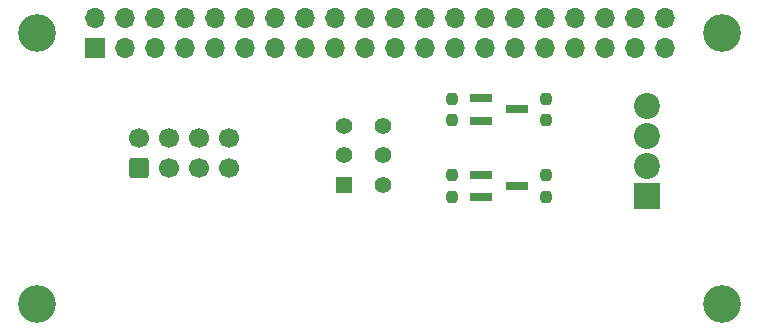
<source format=gts>
G04 #@! TF.GenerationSoftware,KiCad,Pcbnew,6.0.6-3a73a75311~116~ubuntu22.04.1*
G04 #@! TF.CreationDate,2022-07-01T11:47:32+01:00*
G04 #@! TF.ProjectId,Pi_Connector,50695f43-6f6e-46e6-9563-746f722e6b69,rev?*
G04 #@! TF.SameCoordinates,Original*
G04 #@! TF.FileFunction,Soldermask,Top*
G04 #@! TF.FilePolarity,Negative*
%FSLAX46Y46*%
G04 Gerber Fmt 4.6, Leading zero omitted, Abs format (unit mm)*
G04 Created by KiCad (PCBNEW 6.0.6-3a73a75311~116~ubuntu22.04.1) date 2022-07-01 11:47:32*
%MOMM*%
%LPD*%
G01*
G04 APERTURE LIST*
G04 Aperture macros list*
%AMRoundRect*
0 Rectangle with rounded corners*
0 $1 Rounding radius*
0 $2 $3 $4 $5 $6 $7 $8 $9 X,Y pos of 4 corners*
0 Add a 4 corners polygon primitive as box body*
4,1,4,$2,$3,$4,$5,$6,$7,$8,$9,$2,$3,0*
0 Add four circle primitives for the rounded corners*
1,1,$1+$1,$2,$3*
1,1,$1+$1,$4,$5*
1,1,$1+$1,$6,$7*
1,1,$1+$1,$8,$9*
0 Add four rect primitives between the rounded corners*
20,1,$1+$1,$2,$3,$4,$5,0*
20,1,$1+$1,$4,$5,$6,$7,0*
20,1,$1+$1,$6,$7,$8,$9,0*
20,1,$1+$1,$8,$9,$2,$3,0*%
G04 Aperture macros list end*
%ADD10R,1.400000X1.400000*%
%ADD11C,1.400000*%
%ADD12RoundRect,0.237500X0.237500X-0.250000X0.237500X0.250000X-0.237500X0.250000X-0.237500X-0.250000X0*%
%ADD13C,3.200000*%
%ADD14RoundRect,0.237500X-0.237500X0.250000X-0.237500X-0.250000X0.237500X-0.250000X0.237500X0.250000X0*%
%ADD15R,1.900000X0.800000*%
%ADD16RoundRect,0.250000X0.600000X-0.600000X0.600000X0.600000X-0.600000X0.600000X-0.600000X-0.600000X0*%
%ADD17C,1.700000*%
%ADD18R,2.200000X2.200000*%
%ADD19C,2.200000*%
%ADD20R,1.700000X1.700000*%
%ADD21O,1.700000X1.700000*%
G04 APERTURE END LIST*
D10*
G04 #@! TO.C,SW1*
X75980168Y-62907500D03*
D11*
X75980168Y-60407500D03*
X75980168Y-57907500D03*
X79280168Y-62907500D03*
X79280168Y-60407500D03*
X79280168Y-57907500D03*
G04 #@! TD*
D12*
G04 #@! TO.C,R4*
X93130168Y-57412500D03*
X93130168Y-55587500D03*
G04 #@! TD*
D13*
G04 #@! TO.C,REF\u002A\u002A*
X108000000Y-73000000D03*
G04 #@! TD*
D14*
G04 #@! TO.C,R3*
X85130168Y-55587500D03*
X85130168Y-57412500D03*
G04 #@! TD*
G04 #@! TO.C,R1*
X85130168Y-62087500D03*
X85130168Y-63912500D03*
G04 #@! TD*
D15*
G04 #@! TO.C,Q1*
X87630168Y-62050000D03*
X87630168Y-63950000D03*
X90630168Y-63000000D03*
G04 #@! TD*
D16*
G04 #@! TO.C,J1*
X58630168Y-61500000D03*
D17*
X58630168Y-58960000D03*
X61170168Y-61500000D03*
X61170168Y-58960000D03*
X63710168Y-61500000D03*
X63710168Y-58960000D03*
X66250168Y-61500000D03*
X66250168Y-58960000D03*
G04 #@! TD*
D18*
G04 #@! TO.C,J3*
X101630168Y-63815000D03*
D19*
X101630168Y-61275000D03*
X101630168Y-58735000D03*
X101630168Y-56195000D03*
G04 #@! TD*
D20*
G04 #@! TO.C,J2*
X54875000Y-51275000D03*
D21*
X54875000Y-48735000D03*
X57415000Y-51275000D03*
X57415000Y-48735000D03*
X59955000Y-51275000D03*
X59955000Y-48735000D03*
X62495000Y-51275000D03*
X62495000Y-48735000D03*
X65035000Y-51275000D03*
X65035000Y-48735000D03*
X67575000Y-51275000D03*
X67575000Y-48735000D03*
X70115000Y-51275000D03*
X70115000Y-48735000D03*
X72655000Y-51275000D03*
X72655000Y-48735000D03*
X75195000Y-51275000D03*
X75195000Y-48735000D03*
X77735000Y-51275000D03*
X77735000Y-48735000D03*
X80275000Y-51275000D03*
X80275000Y-48735000D03*
X82815000Y-51275000D03*
X82815000Y-48735000D03*
X85355000Y-51275000D03*
X85355000Y-48735000D03*
X87895000Y-51275000D03*
X87895000Y-48735000D03*
X90435000Y-51275000D03*
X90435000Y-48735000D03*
X92975000Y-51275000D03*
X92975000Y-48735000D03*
X95515000Y-51275000D03*
X95515000Y-48735000D03*
X98055000Y-51275000D03*
X98055000Y-48735000D03*
X100595000Y-51275000D03*
X100595000Y-48735000D03*
X103135000Y-51275000D03*
X103135000Y-48735000D03*
G04 #@! TD*
D13*
G04 #@! TO.C,REF\u002A\u002A*
X108000000Y-50000000D03*
G04 #@! TD*
D14*
G04 #@! TO.C,R2*
X93130168Y-62087500D03*
X93130168Y-63912500D03*
G04 #@! TD*
D13*
G04 #@! TO.C,REF\u002A\u002A*
X50000000Y-73000000D03*
G04 #@! TD*
D15*
G04 #@! TO.C,Q2*
X87630168Y-55550000D03*
X87630168Y-57450000D03*
X90630168Y-56500000D03*
G04 #@! TD*
D13*
G04 #@! TO.C,REF\u002A\u002A*
X50000000Y-50000000D03*
G04 #@! TD*
M02*

</source>
